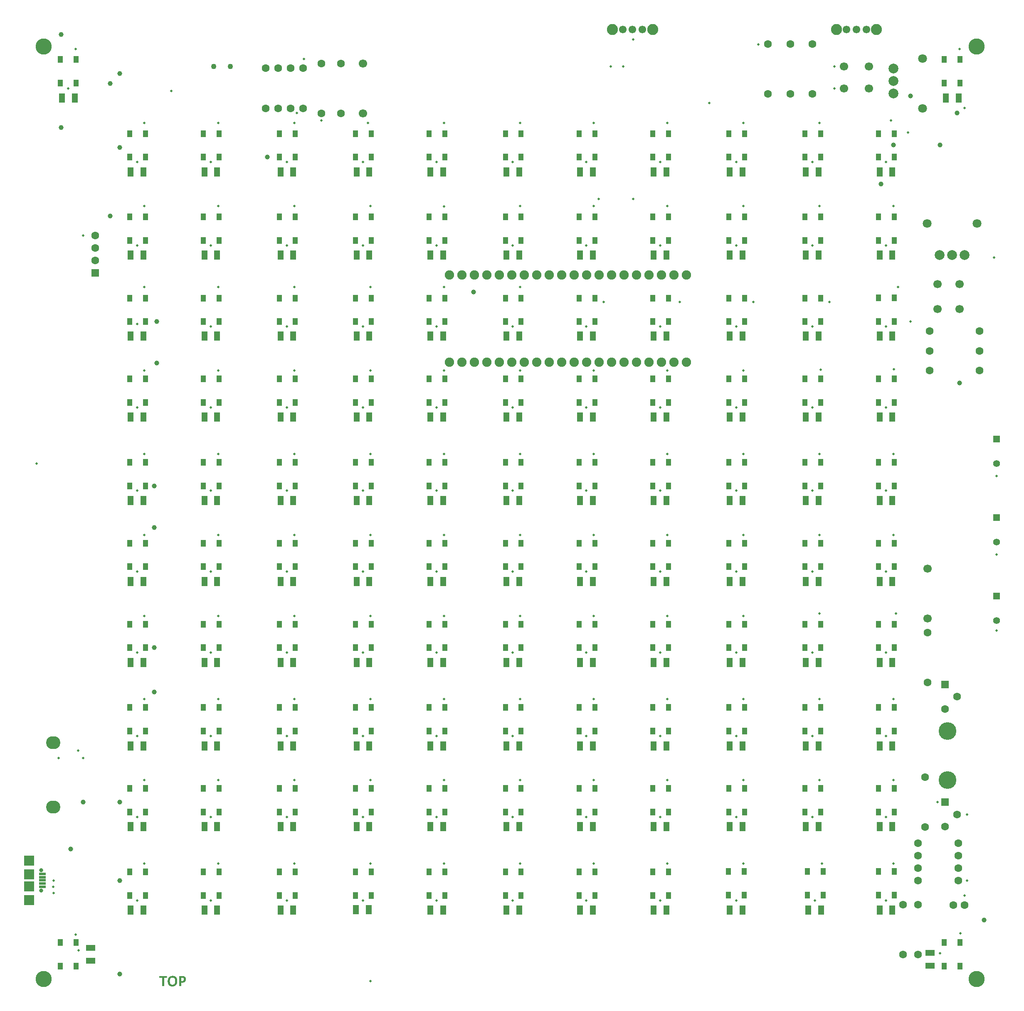
<source format=gbr>
%TF.GenerationSoftware,Altium Limited,Altium Designer,24.5.1 (21)*%
G04 Layer_Color=8388736*
%FSLAX45Y45*%
%MOMM*%
%TF.SameCoordinates,D7596F51-2DA0-4622-90E6-AC5F46AEA47A*%
%TF.FilePolarity,Negative*%
%TF.FileFunction,Soldermask,Top*%
%TF.Part,Single*%
G01*
G75*
%TA.AperFunction,ComponentPad*%
%ADD21C,1.60000*%
%ADD22C,1.90000*%
%ADD23C,1.70000*%
%TA.AperFunction,ViaPad*%
%ADD24C,1.00000*%
%TA.AperFunction,ComponentPad*%
%ADD28C,1.80000*%
%TA.AperFunction,SMDPad,CuDef*%
%ADD40R,1.05000X1.45000*%
%ADD41R,1.30000X1.90000*%
%ADD42R,1.90000X1.30000*%
%ADD43R,2.00000X2.00000*%
%ADD44R,1.45000X0.50000*%
%TA.AperFunction,ComponentPad*%
G04:AMPARAMS|DCode=45|XSize=2.6mm|YSize=2.9mm|CornerRadius=1.3mm|HoleSize=0mm|Usage=FLASHONLY|Rotation=270.000|XOffset=0mm|YOffset=0mm|HoleType=Round|Shape=RoundedRectangle|*
%AMROUNDEDRECTD45*
21,1,2.60000,0.30000,0,0,270.0*
21,1,0.00000,2.90000,0,0,270.0*
1,1,2.60000,-0.15000,0.00000*
1,1,2.60000,-0.15000,0.00000*
1,1,2.60000,0.15000,0.00000*
1,1,2.60000,0.15000,0.00000*
%
%ADD45ROUNDEDRECTD45*%
%ADD46C,2.00000*%
%TA.AperFunction,ViaPad*%
%ADD47C,1.10000*%
%TA.AperFunction,ComponentPad*%
%ADD48C,2.25000*%
%ADD49C,1.55000*%
%ADD50C,3.60000*%
%ADD51R,1.60000X1.60000*%
%ADD52R,1.60000X1.60000*%
%ADD53C,0.10000*%
%ADD54R,1.40000X1.40000*%
%ADD55C,1.40000*%
%ADD56C,0.80000*%
%TA.AperFunction,WasherPad*%
%ADD57C,3.30000*%
%TA.AperFunction,ViaPad*%
%ADD58C,0.50000*%
G36*
X3326545Y556614D02*
X3331210Y556281D01*
X3332543D01*
X3333876Y555947D01*
X3335875Y555614D01*
X3338208Y555281D01*
X3340874Y554948D01*
X3343873Y554281D01*
X3347206Y553615D01*
X3347539D01*
X3348872Y553281D01*
X3350538Y552948D01*
X3353204Y552282D01*
X3355870Y551282D01*
X3358870Y549949D01*
X3365868Y546950D01*
X3366201Y546616D01*
X3367534Y545950D01*
X3369200Y544950D01*
X3371533Y543617D01*
X3374199Y541618D01*
X3376865Y539618D01*
X3382197Y534286D01*
X3382530Y533953D01*
X3383197Y532953D01*
X3384530Y531287D01*
X3385863Y529287D01*
X3387529Y526622D01*
X3389528Y523622D01*
X3391195Y520290D01*
X3392528Y516624D01*
X3392861Y516291D01*
X3393194Y514958D01*
X3393861Y512958D01*
X3394527Y509959D01*
X3395194Y506627D01*
X3395527Y502961D01*
X3396193Y498629D01*
Y493963D01*
Y493630D01*
Y493297D01*
Y492297D01*
Y490964D01*
X3395860Y487631D01*
X3395527Y483633D01*
X3394860Y478634D01*
X3393861Y473302D01*
X3392528Y468303D01*
X3390528Y462971D01*
X3390195Y462305D01*
X3389528Y460638D01*
X3388195Y458306D01*
X3386529Y455306D01*
X3384196Y451641D01*
X3381530Y447642D01*
X3378198Y443976D01*
X3374532Y440310D01*
X3374199Y439977D01*
X3372533Y438644D01*
X3370533Y436978D01*
X3367534Y434978D01*
X3363868Y432646D01*
X3359536Y430646D01*
X3354537Y428313D01*
X3349205Y426314D01*
X3348539Y425981D01*
X3346539Y425647D01*
X3343540Y424981D01*
X3339208Y423981D01*
X3333876Y422981D01*
X3327878Y422315D01*
X3320879Y421982D01*
X3313548Y421648D01*
X3296552D01*
Y355665D01*
Y355332D01*
Y354666D01*
X3295886Y353666D01*
X3295219Y352666D01*
X3294886Y352333D01*
X3294553Y352000D01*
X3293553Y351333D01*
X3291887Y350667D01*
X3291553D01*
X3290220Y350333D01*
X3288221Y350000D01*
X3285555Y349667D01*
X3284889D01*
X3283889Y349334D01*
X3282889D01*
X3279557Y349000D01*
X3271892D01*
X3268559Y349334D01*
X3265227Y349667D01*
X3264560D01*
X3262894Y350000D01*
X3260895Y350333D01*
X3258562Y350667D01*
X3258229D01*
X3257229Y351333D01*
X3256229Y351666D01*
X3255229Y352666D01*
Y352999D01*
X3254896Y353666D01*
X3254563Y355665D01*
Y541618D01*
Y541951D01*
Y542951D01*
X3254896Y544284D01*
Y545950D01*
X3256229Y549616D01*
X3256896Y551282D01*
X3258229Y552948D01*
X3258562Y553281D01*
X3258895Y553615D01*
X3259895Y554281D01*
X3260895Y554948D01*
X3264227Y556281D01*
X3266227Y556947D01*
X3321879D01*
X3326545Y556614D01*
D02*
G37*
G36*
X3003627D02*
X3004294Y555947D01*
X3004627Y555614D01*
X3004960Y555281D01*
X3005627Y554281D01*
X3006293Y552948D01*
X3006626Y552615D01*
X3006960Y551615D01*
X3007293Y549949D01*
X3007626Y547616D01*
Y546950D01*
X3007959Y545283D01*
X3008293Y542951D01*
Y539618D01*
Y539285D01*
Y538952D01*
Y536952D01*
X3007959Y534286D01*
X3007626Y531620D01*
Y530954D01*
X3007293Y529621D01*
X3006960Y527954D01*
X3006293Y526288D01*
Y525955D01*
X3005960Y525289D01*
X3005293Y524289D01*
X3004294Y523289D01*
X3003627Y522956D01*
X3001961Y522623D01*
X2950308D01*
Y355665D01*
Y355332D01*
Y354666D01*
X2949641Y353666D01*
X2948975Y352666D01*
X2948641Y352333D01*
X2948308Y352000D01*
X2947308Y351333D01*
X2945642Y350667D01*
X2945309D01*
X2943976Y350333D01*
X2941976Y350000D01*
X2938977Y349667D01*
X2938311D01*
X2936311Y349334D01*
X2932979Y349000D01*
X2925314D01*
X2921981Y349334D01*
X2918649Y349667D01*
X2917982D01*
X2916316Y350000D01*
X2914317Y350333D01*
X2912317Y350667D01*
X2911984D01*
X2910984Y351333D01*
X2909985Y351666D01*
X2908985Y352666D01*
Y352999D01*
X2908652Y353666D01*
X2908318Y354666D01*
X2907985Y355665D01*
Y522623D01*
X2854999D01*
X2853332Y523289D01*
Y523622D01*
X2852666Y523956D01*
X2851999Y524955D01*
X2851333Y526288D01*
Y526622D01*
X2851000Y527621D01*
X2850666Y529287D01*
X2850333Y531620D01*
Y532287D01*
Y533953D01*
X2850000Y536286D01*
Y539618D01*
Y539951D01*
Y540285D01*
Y542284D01*
Y544950D01*
X2850333Y547616D01*
Y548283D01*
X2850666Y549616D01*
X2851000Y551282D01*
X2851333Y552948D01*
X2851666Y553281D01*
X2851999Y553948D01*
X2852666Y554948D01*
X2853332Y555947D01*
X2853666Y556281D01*
X2853999Y556614D01*
X2854999Y556947D01*
X3002627D01*
X3003627Y556614D01*
D02*
G37*
G36*
X3128928Y560280D02*
X3131261D01*
X3136926Y559946D01*
X3143258Y558947D01*
X3150256Y557947D01*
X3157255Y556281D01*
X3164253Y554281D01*
X3164586D01*
X3164919Y553948D01*
X3165919Y553615D01*
X3167252Y552948D01*
X3170584Y551615D01*
X3174917Y549616D01*
X3179582Y546950D01*
X3184581Y543617D01*
X3189580Y539618D01*
X3194245Y534953D01*
X3194912Y534286D01*
X3196245Y532620D01*
X3198577Y529954D01*
X3201243Y525955D01*
X3204243Y521290D01*
X3207242Y515624D01*
X3210241Y509293D01*
X3212574Y502294D01*
Y501961D01*
X3212907Y501295D01*
X3213240Y500295D01*
X3213573Y498962D01*
X3213907Y496962D01*
X3214573Y494630D01*
X3215240Y491964D01*
X3215906Y488964D01*
X3216906Y482300D01*
X3217906Y474302D01*
X3218572Y465304D01*
X3218905Y455640D01*
Y455306D01*
Y454640D01*
Y453307D01*
Y451307D01*
X3218572Y448975D01*
Y446309D01*
X3218239Y440310D01*
X3217239Y433312D01*
X3216239Y425314D01*
X3214573Y417316D01*
X3212240Y409651D01*
Y409318D01*
X3211907Y408652D01*
X3211574Y407652D01*
X3210907Y406319D01*
X3209574Y402320D01*
X3207575Y397655D01*
X3204909Y392323D01*
X3201577Y386324D01*
X3197578Y380659D01*
X3193245Y374994D01*
X3192579Y374327D01*
X3190913Y372661D01*
X3188247Y370328D01*
X3184581Y366996D01*
X3179915Y363663D01*
X3174583Y359998D01*
X3168585Y356665D01*
X3161920Y353666D01*
X3161587D01*
X3160920Y353333D01*
X3159921Y352999D01*
X3158588Y352666D01*
X3156921Y352000D01*
X3154589Y351333D01*
X3149590Y350000D01*
X3143258Y348667D01*
X3135927Y347334D01*
X3127929Y346668D01*
X3118931Y346334D01*
X3114932D01*
X3112933Y346668D01*
X3110267D01*
X3104601Y347001D01*
X3098270Y347667D01*
X3091271Y349000D01*
X3083940Y350333D01*
X3076942Y352333D01*
X3076609D01*
X3076275Y352666D01*
X3075276Y352999D01*
X3073943Y353666D01*
X3070610Y354999D01*
X3066611Y356998D01*
X3061612Y359998D01*
X3056614Y363330D01*
X3051615Y366996D01*
X3046949Y371661D01*
X3046283Y372328D01*
X3044950Y373994D01*
X3042950Y376993D01*
X3040284Y380659D01*
X3037285Y385324D01*
X3034286Y390990D01*
X3031620Y397655D01*
X3028954Y404653D01*
Y404986D01*
X3028621Y405652D01*
X3028288Y406652D01*
X3027954Y408318D01*
X3027621Y409985D01*
X3026955Y412317D01*
X3026621Y414983D01*
X3025955Y417983D01*
X3024955Y424981D01*
X3023955Y432979D01*
X3023289Y441977D01*
X3022956Y451974D01*
Y452307D01*
Y452974D01*
Y454307D01*
Y456306D01*
X3023289Y458306D01*
Y460972D01*
X3023622Y467303D01*
X3024622Y474302D01*
X3025622Y481633D01*
X3027288Y489631D01*
X3029287Y497296D01*
Y497629D01*
X3029621Y498295D01*
X3029954Y499295D01*
X3030620Y500628D01*
X3031953Y504294D01*
X3033953Y508959D01*
X3036619Y514291D01*
X3039951Y519957D01*
X3043950Y525955D01*
X3048282Y531287D01*
X3048949Y531953D01*
X3050615Y533620D01*
X3053281Y536286D01*
X3056947Y539285D01*
X3061612Y542617D01*
X3066944Y546283D01*
X3072943Y549949D01*
X3079608Y552948D01*
X3079941D01*
X3080608Y553281D01*
X3081607Y553615D01*
X3082940Y554281D01*
X3084606Y554614D01*
X3086939Y555281D01*
X3091938Y556947D01*
X3098270Y558280D01*
X3105934Y559280D01*
X3113932Y560280D01*
X3122930Y560613D01*
X3126929D01*
X3128928Y560280D01*
D02*
G37*
%LPC*%
G36*
X3318880Y524622D02*
X3296552D01*
Y453973D01*
X3318880D01*
X3321213Y454307D01*
X3326545Y454973D01*
X3331876Y456639D01*
X3332210D01*
X3333209Y457306D01*
X3334209Y457639D01*
X3335875Y458639D01*
X3339541Y460972D01*
X3343207Y463971D01*
X3343540Y464304D01*
X3343873Y464971D01*
X3344873Y465970D01*
X3345540Y467303D01*
X3347872Y470969D01*
X3349872Y475635D01*
Y475968D01*
X3350205Y476968D01*
X3350538Y478301D01*
X3351205Y480300D01*
X3351538Y482300D01*
X3351871Y484966D01*
X3352205Y490964D01*
Y491297D01*
Y492630D01*
X3351871Y494630D01*
Y497296D01*
X3350538Y502961D01*
X3349539Y505960D01*
X3348206Y508626D01*
X3347872Y508959D01*
X3347539Y509959D01*
X3346539Y511292D01*
X3345540Y512625D01*
X3342540Y516291D01*
X3340541Y517957D01*
X3338541Y519290D01*
X3338208D01*
X3337542Y519957D01*
X3336542Y520290D01*
X3335209Y520956D01*
X3331543Y522623D01*
X3326878Y523622D01*
X3326545D01*
X3325878Y523956D01*
X3324545D01*
X3323212Y524289D01*
X3318880Y524622D01*
D02*
G37*
G36*
X3121264Y525955D02*
X3118598D01*
X3115932Y525622D01*
X3112266Y525289D01*
X3107934Y524622D01*
X3103602Y523289D01*
X3099269Y521956D01*
X3095270Y519957D01*
X3094937Y519623D01*
X3093604Y518957D01*
X3091605Y517624D01*
X3089272Y515624D01*
X3086606Y513625D01*
X3083607Y510959D01*
X3080941Y507626D01*
X3078275Y504294D01*
X3077942Y503961D01*
X3077275Y502628D01*
X3076275Y500628D01*
X3074942Y497962D01*
X3073276Y494630D01*
X3071943Y490631D01*
X3070277Y486298D01*
X3069277Y481633D01*
Y480967D01*
X3068944Y479300D01*
X3068611Y476634D01*
X3068277Y473302D01*
X3067611Y469303D01*
X3067278Y464637D01*
X3066944Y459305D01*
Y453973D01*
Y453640D01*
Y453307D01*
Y452307D01*
Y450974D01*
Y447975D01*
X3067278Y443643D01*
X3067611Y438977D01*
X3067944Y433979D01*
X3069277Y423315D01*
Y422648D01*
X3069944Y420982D01*
X3070610Y418649D01*
X3071277Y415317D01*
X3072610Y411984D01*
X3073943Y407985D01*
X3075942Y403986D01*
X3077942Y400321D01*
X3078275Y399987D01*
X3078941Y398654D01*
X3080608Y396988D01*
X3082274Y394989D01*
X3084606Y392656D01*
X3087606Y390323D01*
X3090605Y387990D01*
X3094271Y385991D01*
X3094604Y385658D01*
X3096270Y385324D01*
X3098270Y384325D01*
X3101269Y383658D01*
X3105268Y382658D01*
X3109600Y381659D01*
X3114599Y381325D01*
X3120264Y380992D01*
X3122930D01*
X3125929Y381325D01*
X3129262Y381659D01*
X3133594Y382325D01*
X3137926Y383325D01*
X3142258Y384658D01*
X3146257Y386657D01*
X3146591Y386991D01*
X3147924Y387657D01*
X3149923Y388990D01*
X3152256Y390656D01*
X3154922Y392989D01*
X3157588Y395655D01*
X3160254Y398654D01*
X3162920Y402320D01*
X3163253Y402653D01*
X3163920Y403986D01*
X3165252Y406319D01*
X3166585Y408985D01*
X3168252Y412317D01*
X3169585Y416316D01*
X3171251Y420649D01*
X3172251Y425314D01*
Y425981D01*
X3172584Y427647D01*
X3173250Y430313D01*
X3173584Y433979D01*
X3174250Y437978D01*
X3174583Y442643D01*
X3174917Y447975D01*
Y453307D01*
Y453640D01*
Y453973D01*
Y455973D01*
Y459305D01*
X3174583Y463304D01*
X3174250Y467637D01*
X3173917Y472635D01*
X3172251Y482966D01*
Y483633D01*
X3171584Y485299D01*
X3170918Y487631D01*
X3170251Y490964D01*
X3168918Y494296D01*
X3167252Y498295D01*
X3165586Y501961D01*
X3163253Y505627D01*
X3162920Y505960D01*
X3162253Y507293D01*
X3160920Y508959D01*
X3158921Y511292D01*
X3156588Y513625D01*
X3153922Y515958D01*
X3150590Y518624D01*
X3146924Y520623D01*
X3146591Y520956D01*
X3144924Y521623D01*
X3142925Y522289D01*
X3139926Y523289D01*
X3136260Y524289D01*
X3131594Y525289D01*
X3126929Y525622D01*
X3121264Y525955D01*
D02*
G37*
%LPD*%
D21*
X18449992Y3592000D02*
D03*
X18450008Y4608000D02*
D03*
X18542000Y12900008D02*
D03*
X19558000Y12899992D02*
D03*
X19025726Y2003956D02*
D03*
X19250726D02*
D03*
X6549992Y18142000D02*
D03*
X6550008Y19158000D02*
D03*
X18300000Y3262000D02*
D03*
Y2754000D02*
D03*
Y2500000D02*
D03*
Y3008000D02*
D03*
X19120000Y2499000D02*
D03*
Y3262000D02*
D03*
Y2754000D02*
D03*
Y3008000D02*
D03*
X16150008Y19558000D02*
D03*
X16149992Y18542000D02*
D03*
X15699992D02*
D03*
X15700008Y19558000D02*
D03*
X15249992Y18542000D02*
D03*
X15250008Y19558000D02*
D03*
X19100000Y6250000D02*
D03*
X18850000Y6000000D02*
D03*
X17999992Y992000D02*
D03*
X18000008Y2008000D02*
D03*
X18299992Y992000D02*
D03*
X18300008Y2008000D02*
D03*
X18499992Y6542000D02*
D03*
X18500008Y7558000D02*
D03*
X19100000Y3850000D02*
D03*
X18850000Y3600000D02*
D03*
X1550000Y15146001D02*
D03*
Y15400000D02*
D03*
Y15653999D02*
D03*
X18541998Y13300008D02*
D03*
X19558000Y13299992D02*
D03*
X19557999Y13699992D02*
D03*
X18542000Y13700008D02*
D03*
X6150008Y19158000D02*
D03*
X6149992Y18142000D02*
D03*
X5273000Y19060001D02*
D03*
X5527000D02*
D03*
X5019000Y19060001D02*
D03*
X5782000D02*
D03*
X5273000Y18239999D02*
D03*
X5781000Y18239999D02*
D03*
X5527000Y18239999D02*
D03*
X5019000Y18239999D02*
D03*
D22*
X13077229Y14849657D02*
D03*
X12823230Y14849657D02*
D03*
X12569230Y14849657D02*
D03*
X12315230Y14849657D02*
D03*
X13077998Y13073001D02*
D03*
X12823999Y13073001D02*
D03*
X12570000Y13073001D02*
D03*
X12316000D02*
D03*
X12062000D02*
D03*
X11807999D02*
D03*
X11553999D02*
D03*
X8760000Y14850000D02*
D03*
X9014000D02*
D03*
X9268000D02*
D03*
X9521999D02*
D03*
X9776000Y14850000D02*
D03*
X10030000Y14850000D02*
D03*
X10284000D02*
D03*
X10791999Y14850000D02*
D03*
X8760001Y13073001D02*
D03*
X9013999D02*
D03*
X9267999D02*
D03*
X9776000D02*
D03*
X10284000D02*
D03*
X10538000D02*
D03*
X10791999D02*
D03*
X11046000D02*
D03*
X11299999D02*
D03*
X11554000Y14850000D02*
D03*
X11046000Y14850000D02*
D03*
X11300000Y14850000D02*
D03*
X11807230Y14849657D02*
D03*
X12061230Y14849657D02*
D03*
X10538000Y14850000D02*
D03*
X13585999Y13073001D02*
D03*
X13585229Y14849657D02*
D03*
X13331230D02*
D03*
X9521999Y13073001D02*
D03*
X13332001D02*
D03*
X10030000D02*
D03*
D23*
X19150000Y14150000D02*
D03*
Y14658000D02*
D03*
X18699998Y14150000D02*
D03*
Y14658000D02*
D03*
X7000000Y19158000D02*
D03*
Y18142000D02*
D03*
X18500000Y7842000D02*
D03*
Y8858000D02*
D03*
X17300000Y19100000D02*
D03*
X16792000D02*
D03*
X17300000Y18650000D02*
D03*
X16792000D02*
D03*
D24*
X19650000Y1700000D02*
D03*
X19150000Y12650000D02*
D03*
X9250000Y14500000D02*
D03*
X2750000Y6350000D02*
D03*
Y9700000D02*
D03*
X1050000Y3150000D02*
D03*
X850000Y17850000D02*
D03*
Y19750000D02*
D03*
X5050000Y17250000D02*
D03*
X2800000Y13050000D02*
D03*
Y13900000D02*
D03*
X2750000Y10550000D02*
D03*
Y7250000D02*
D03*
X2050000Y2500000D02*
D03*
Y600000D02*
D03*
X19100000Y18150000D02*
D03*
X1300000Y4100000D02*
D03*
X2050000D02*
D03*
X1850000Y18750000D02*
D03*
Y16050000D02*
D03*
X2050000Y18950000D02*
D03*
Y17450000D02*
D03*
X18150000Y18500000D02*
D03*
X18750000Y17500000D02*
D03*
X17800000D02*
D03*
X17550000Y16700000D02*
D03*
D28*
X18492000Y15900000D02*
D03*
X19508000D02*
D03*
X18400000Y19258000D02*
D03*
Y18242000D02*
D03*
D40*
X10220000Y10550000D02*
D03*
X9900000Y11030000D02*
D03*
X10220000D02*
D03*
X9900000Y10550000D02*
D03*
X8670000D02*
D03*
X8350000Y11030000D02*
D03*
X8670000D02*
D03*
X8350000Y10550000D02*
D03*
X7170000D02*
D03*
X6850000Y11030000D02*
D03*
X7170000D02*
D03*
X6850000Y10550000D02*
D03*
X5620000D02*
D03*
X5300000Y11030000D02*
D03*
X5620000D02*
D03*
X5300000Y10550000D02*
D03*
X4070000D02*
D03*
X3750000Y11030000D02*
D03*
X4070000D02*
D03*
X3750000Y10550000D02*
D03*
X2570000D02*
D03*
X2250000Y11030000D02*
D03*
X2570000D02*
D03*
X2250000Y10550000D02*
D03*
X2570000Y8900000D02*
D03*
X2250000Y9380000D02*
D03*
X2570000D02*
D03*
X2250000Y8900000D02*
D03*
X4070000D02*
D03*
X3750000Y9380000D02*
D03*
X4070000D02*
D03*
X3750000Y8900000D02*
D03*
X5620000D02*
D03*
X5300000Y9380000D02*
D03*
X5620000D02*
D03*
X5300000Y8900000D02*
D03*
X7170000D02*
D03*
X6850000Y9380000D02*
D03*
X7170000D02*
D03*
X6850000Y8900000D02*
D03*
X8670000D02*
D03*
X8350000Y9380000D02*
D03*
X8670000D02*
D03*
X8350000Y8900000D02*
D03*
X10220000D02*
D03*
X9900000Y9380000D02*
D03*
X10220000D02*
D03*
X9900000Y8900000D02*
D03*
X11720000D02*
D03*
X11400000Y9380000D02*
D03*
X11720000D02*
D03*
X11400000Y8900000D02*
D03*
X13220000D02*
D03*
X12900000Y9380000D02*
D03*
X13220000D02*
D03*
X12900000Y8900000D02*
D03*
X14770000D02*
D03*
X14450000Y9380000D02*
D03*
X14770000D02*
D03*
X14450000Y8900000D02*
D03*
X16320000D02*
D03*
X16000000Y9380000D02*
D03*
X16320000D02*
D03*
X16000000Y8900000D02*
D03*
X17820000D02*
D03*
X17500000Y9380000D02*
D03*
X17820000D02*
D03*
X17500000Y8900000D02*
D03*
X17820000Y7250000D02*
D03*
X17500000Y7730000D02*
D03*
X17820000D02*
D03*
X17500000Y7250000D02*
D03*
X16320000D02*
D03*
X16000000Y7730000D02*
D03*
X16320000D02*
D03*
X16000000Y7250000D02*
D03*
X14770000D02*
D03*
X14450000Y7730000D02*
D03*
X14770000D02*
D03*
X14450000Y7250000D02*
D03*
X13220000D02*
D03*
X12900000Y7730000D02*
D03*
X13220000D02*
D03*
X12900000Y7250000D02*
D03*
X11720000D02*
D03*
X11400000Y7730000D02*
D03*
X11720000D02*
D03*
X11400000Y7250000D02*
D03*
X10220000D02*
D03*
X9900000Y7730000D02*
D03*
X10220000D02*
D03*
X9900000Y7250000D02*
D03*
X8670000D02*
D03*
X8350000Y7730000D02*
D03*
X8670000D02*
D03*
X8350000Y7250000D02*
D03*
X7170000D02*
D03*
X6850000Y7730000D02*
D03*
X7170000D02*
D03*
X6850000Y7250000D02*
D03*
X5620000D02*
D03*
X5300000Y7730000D02*
D03*
X5620000D02*
D03*
X5300000Y7250000D02*
D03*
X4070000D02*
D03*
X3750000Y7730000D02*
D03*
X4070000D02*
D03*
X3750000Y7250000D02*
D03*
X2570000D02*
D03*
X2250000Y7730000D02*
D03*
X2570000D02*
D03*
X2250000Y7250000D02*
D03*
X2570000Y5550000D02*
D03*
X2250000Y6030000D02*
D03*
X2570000D02*
D03*
X2250000Y5550000D02*
D03*
X4070000D02*
D03*
X3750000Y6030000D02*
D03*
X4070000D02*
D03*
X3750000Y5550000D02*
D03*
X5620000D02*
D03*
X5300000Y6030000D02*
D03*
X5620000D02*
D03*
X5300000Y5550000D02*
D03*
X7170000D02*
D03*
X6850000Y6030000D02*
D03*
X7170000D02*
D03*
X6850000Y5550000D02*
D03*
X8670000D02*
D03*
X8350000Y6030000D02*
D03*
X8670000D02*
D03*
X8350000Y5550000D02*
D03*
X10220000D02*
D03*
X9900000Y6030000D02*
D03*
X10220000D02*
D03*
X9900000Y5550000D02*
D03*
X11720000D02*
D03*
X11400000Y6030000D02*
D03*
X11720000D02*
D03*
X11400000Y5550000D02*
D03*
X13220000D02*
D03*
X12900000Y6030000D02*
D03*
X13220000D02*
D03*
X12900000Y5550000D02*
D03*
X14770000D02*
D03*
X14450000Y6030000D02*
D03*
X14770000D02*
D03*
X14450000Y5550000D02*
D03*
X16320000D02*
D03*
X16000000Y6030000D02*
D03*
X16320000D02*
D03*
X16000000Y5550000D02*
D03*
X17820000D02*
D03*
X17500000Y6030000D02*
D03*
X17820000D02*
D03*
X17500000Y5550000D02*
D03*
X17820000Y3900000D02*
D03*
X17500000Y4380000D02*
D03*
X17820000D02*
D03*
X17500000Y3900000D02*
D03*
X16320000D02*
D03*
X16000000Y4380000D02*
D03*
X16320000D02*
D03*
X16000000Y3900000D02*
D03*
X14770000D02*
D03*
X14450000Y4380000D02*
D03*
X14770000D02*
D03*
X14450000Y3900000D02*
D03*
X13220000D02*
D03*
X12900000Y4380000D02*
D03*
X13220000D02*
D03*
X12900000Y3900000D02*
D03*
X11720000D02*
D03*
X11400000Y4380000D02*
D03*
X11720000D02*
D03*
X11400000Y3900000D02*
D03*
X10220000D02*
D03*
X9900000Y4380000D02*
D03*
X10220000D02*
D03*
X9900000Y3900000D02*
D03*
X8670000D02*
D03*
X8350000Y4380000D02*
D03*
X8670000D02*
D03*
X8350000Y3900000D02*
D03*
X7170000D02*
D03*
X6850000Y4380000D02*
D03*
X7170000D02*
D03*
X6850000Y3900000D02*
D03*
X5620000D02*
D03*
X5300000Y4380000D02*
D03*
X5620000D02*
D03*
X5300000Y3900000D02*
D03*
X4070000D02*
D03*
X3750000Y4380000D02*
D03*
X4070000D02*
D03*
X3750000Y3900000D02*
D03*
X2570000D02*
D03*
X2250000Y4380000D02*
D03*
X2570000D02*
D03*
X2250000Y3900000D02*
D03*
X1160000Y760000D02*
D03*
X840000Y1240000D02*
D03*
X1160000D02*
D03*
X840000Y760000D02*
D03*
X2570000Y2200000D02*
D03*
X2250000Y2680000D02*
D03*
X2570000D02*
D03*
X2250000Y2200000D02*
D03*
X4070000D02*
D03*
X3750000Y2680000D02*
D03*
X4070000D02*
D03*
X3750000Y2200000D02*
D03*
X5620000D02*
D03*
X5300000Y2680000D02*
D03*
X5620000D02*
D03*
X5300000Y2200000D02*
D03*
X7170000D02*
D03*
X6850000Y2680000D02*
D03*
X7170000D02*
D03*
X6850000Y2200000D02*
D03*
X8670000D02*
D03*
X8350000Y2680000D02*
D03*
X8670000D02*
D03*
X8350000Y2200000D02*
D03*
X10220000D02*
D03*
X9900000Y2680000D02*
D03*
X10220000D02*
D03*
X9900000Y2200000D02*
D03*
X11720000D02*
D03*
X11400000Y2680000D02*
D03*
X11720000D02*
D03*
X11400000Y2200000D02*
D03*
X12900000Y2680000D02*
D03*
X13220000D02*
D03*
X12900000Y2200000D02*
D03*
X13220000D02*
D03*
X19160001Y18760001D02*
D03*
X18839999Y19239999D02*
D03*
X19160001D02*
D03*
X18839999Y18760001D02*
D03*
X17820000Y17250000D02*
D03*
X17500000Y17730000D02*
D03*
X17820000D02*
D03*
X17500000Y17250000D02*
D03*
X16320000D02*
D03*
X16000000Y17730000D02*
D03*
X16320000D02*
D03*
X16000000Y17250000D02*
D03*
X14770000D02*
D03*
X14450000Y17730000D02*
D03*
X14770000D02*
D03*
X14450000Y17250000D02*
D03*
X13220000D02*
D03*
X12900000Y17730000D02*
D03*
X13220000D02*
D03*
X12900000Y17250000D02*
D03*
X11720000D02*
D03*
X11400000Y17730000D02*
D03*
X11720000D02*
D03*
X11400000Y17250000D02*
D03*
X10220000D02*
D03*
X9900000Y17730000D02*
D03*
X10220000D02*
D03*
X9900000Y17250000D02*
D03*
X8670000D02*
D03*
X8350000Y17730000D02*
D03*
X8670000D02*
D03*
X8350000Y17250000D02*
D03*
X7170000D02*
D03*
X6850000Y17730000D02*
D03*
X7170000D02*
D03*
X6850000Y17250000D02*
D03*
X5620000D02*
D03*
X5300000Y17730000D02*
D03*
X5620000D02*
D03*
X5300000Y17250000D02*
D03*
X4070000D02*
D03*
X3750000Y17730000D02*
D03*
X4070000D02*
D03*
X3750000Y17250000D02*
D03*
X2570000D02*
D03*
X2250000Y17730000D02*
D03*
X2570000D02*
D03*
X2250000Y17250000D02*
D03*
X1160000Y18760001D02*
D03*
X840000Y19239999D02*
D03*
X1160000D02*
D03*
X840000Y18760001D02*
D03*
X2570000Y15550000D02*
D03*
X2250000Y16030000D02*
D03*
X2570000D02*
D03*
X2250000Y15550000D02*
D03*
X4070000D02*
D03*
X3750000Y16030000D02*
D03*
X4070000D02*
D03*
X3750000Y15550000D02*
D03*
X5620000D02*
D03*
X5300000Y16030000D02*
D03*
X5620000D02*
D03*
X5300000Y15550000D02*
D03*
X7170000D02*
D03*
X6850000Y16030000D02*
D03*
X7170000D02*
D03*
X6850000Y15550000D02*
D03*
X8670000D02*
D03*
X8350000Y16030000D02*
D03*
X8670000D02*
D03*
X8350000Y15550000D02*
D03*
X10220000D02*
D03*
X9900000Y16030000D02*
D03*
X10220000D02*
D03*
X9900000Y15550000D02*
D03*
X11720000D02*
D03*
X11400000Y16030000D02*
D03*
X11720000D02*
D03*
X11400000Y15550000D02*
D03*
X13220000D02*
D03*
X12900000Y16030000D02*
D03*
X13220000D02*
D03*
X12900000Y15550000D02*
D03*
X14770000D02*
D03*
X14450000Y16030000D02*
D03*
X14770000D02*
D03*
X14450000Y15550000D02*
D03*
X16320000D02*
D03*
X16000000Y16030000D02*
D03*
X16320000D02*
D03*
X16000000Y15550000D02*
D03*
X17820000D02*
D03*
X17500000Y16030000D02*
D03*
X17820000D02*
D03*
X17500000Y15550000D02*
D03*
X17820000Y13900000D02*
D03*
X17500000Y14380000D02*
D03*
X17820000D02*
D03*
X17500000Y13900000D02*
D03*
X16320000Y13895369D02*
D03*
X16000000Y14375369D02*
D03*
X16320000D02*
D03*
X16000000Y13895369D02*
D03*
X14770000D02*
D03*
X14450000Y14375369D02*
D03*
X14770000D02*
D03*
X14450000Y13895369D02*
D03*
X13220000D02*
D03*
X12900000Y14375369D02*
D03*
X13220000D02*
D03*
X12900000Y13895369D02*
D03*
X11720000D02*
D03*
X11400000Y14375369D02*
D03*
X11720000D02*
D03*
X11400000Y13895369D02*
D03*
X10220000D02*
D03*
X9900000Y14375369D02*
D03*
X10220000D02*
D03*
X9900000Y13895369D02*
D03*
X8670000D02*
D03*
X8350000Y14375369D02*
D03*
X8670000D02*
D03*
X8350000Y13895369D02*
D03*
X7170000D02*
D03*
X6850000Y14375369D02*
D03*
X7170000D02*
D03*
X6850000Y13895369D02*
D03*
X5620000D02*
D03*
X5300000Y14375369D02*
D03*
X5620000D02*
D03*
X5300000Y13895369D02*
D03*
X4070000D02*
D03*
X3750000Y14375369D02*
D03*
X4070000D02*
D03*
X3750000Y13895369D02*
D03*
X2570000D02*
D03*
X2250000Y14375369D02*
D03*
X2570000D02*
D03*
X2250000Y13895369D02*
D03*
X2570000Y12250000D02*
D03*
X2250000Y12730000D02*
D03*
X2570000D02*
D03*
X2250000Y12250000D02*
D03*
X4070000D02*
D03*
X3750000Y12730000D02*
D03*
X4070000D02*
D03*
X3750000Y12250000D02*
D03*
X5620000D02*
D03*
X5300000Y12730000D02*
D03*
X5620000D02*
D03*
X5300000Y12250000D02*
D03*
X7170000D02*
D03*
X6850000Y12730000D02*
D03*
X7170000D02*
D03*
X6850000Y12250000D02*
D03*
X8670000D02*
D03*
X8350000Y12730000D02*
D03*
X8670000D02*
D03*
X8350000Y12250000D02*
D03*
X10220000D02*
D03*
X9900000Y12730000D02*
D03*
X10220000D02*
D03*
X9900000Y12250000D02*
D03*
X11720000D02*
D03*
X11400000Y12730000D02*
D03*
X11720000D02*
D03*
X11400000Y12250000D02*
D03*
X13220000D02*
D03*
X12900000Y12730000D02*
D03*
X13220000D02*
D03*
X12900000Y12250000D02*
D03*
X14770000D02*
D03*
X14450000Y12730000D02*
D03*
X14770000D02*
D03*
X14450000Y12250000D02*
D03*
X16320000D02*
D03*
X16000000Y12730000D02*
D03*
X16320000D02*
D03*
X16000000Y12250000D02*
D03*
X17820000D02*
D03*
X17500000Y12730000D02*
D03*
X17820000D02*
D03*
X17500000Y12250000D02*
D03*
X17820000Y10550000D02*
D03*
X17500000Y11030000D02*
D03*
X17820000D02*
D03*
X17500000Y10550000D02*
D03*
X16320000D02*
D03*
X16000000Y11030000D02*
D03*
X16320000D02*
D03*
X16000000Y10550000D02*
D03*
X14770000D02*
D03*
X14450000Y11030000D02*
D03*
X14770000D02*
D03*
X14450000Y10550000D02*
D03*
X13220000D02*
D03*
X12900000Y11030000D02*
D03*
X13220000D02*
D03*
X12900000Y10550000D02*
D03*
X11720000D02*
D03*
X11400000Y11030000D02*
D03*
X11720000D02*
D03*
X11400000Y10550000D02*
D03*
X14446030Y2690000D02*
D03*
X14766029D02*
D03*
Y2210000D02*
D03*
X14446030D02*
D03*
X16052565Y2690000D02*
D03*
X16372565D02*
D03*
Y2210000D02*
D03*
X16052565D02*
D03*
X17500000Y2690000D02*
D03*
X17820000D02*
D03*
Y2210000D02*
D03*
X17500000D02*
D03*
X18839999Y760000D02*
D03*
X19160001D02*
D03*
Y1240000D02*
D03*
X18839999D02*
D03*
D41*
X5580000Y16950000D02*
D03*
X5320000D02*
D03*
X7130000D02*
D03*
X6870000D02*
D03*
X8630000D02*
D03*
X8370000D02*
D03*
X10180000D02*
D03*
X9920000D02*
D03*
X11680000D02*
D03*
X11420000D02*
D03*
X13180000D02*
D03*
X12920000D02*
D03*
X14730000D02*
D03*
X14470000D02*
D03*
X16280000D02*
D03*
X16020000D02*
D03*
X17780000D02*
D03*
X17520000D02*
D03*
X19130000Y18450000D02*
D03*
X18870000D02*
D03*
X14730000Y15250000D02*
D03*
X14470000D02*
D03*
X13180000D02*
D03*
X12920000D02*
D03*
X11680000D02*
D03*
X11420000D02*
D03*
X10180000D02*
D03*
X9920000D02*
D03*
X8630000D02*
D03*
X8370000D02*
D03*
X7130000D02*
D03*
X6870000D02*
D03*
X5580000D02*
D03*
X5320000D02*
D03*
X4030000D02*
D03*
X3770000D02*
D03*
X2530000D02*
D03*
X2270000D02*
D03*
X1130000Y18450000D02*
D03*
X870000D02*
D03*
X2530000Y16950000D02*
D03*
X2270000D02*
D03*
X5580000Y13600000D02*
D03*
X5320000D02*
D03*
X7130000D02*
D03*
X6870000D02*
D03*
X8630000D02*
D03*
X8370000D02*
D03*
X10180000D02*
D03*
X9920000D02*
D03*
X11680000D02*
D03*
X11420000D02*
D03*
X13180000D02*
D03*
X12920000D02*
D03*
X14730000D02*
D03*
X14470000D02*
D03*
X16280000D02*
D03*
X16020000D02*
D03*
X17780000D02*
D03*
X17520000D02*
D03*
X17780000Y15250000D02*
D03*
X17520000D02*
D03*
X16280000D02*
D03*
X16020000D02*
D03*
X14730000Y11950000D02*
D03*
X14470000D02*
D03*
X13180000D02*
D03*
X12920000D02*
D03*
X11680000D02*
D03*
X11420000D02*
D03*
X10180000D02*
D03*
X9920000D02*
D03*
X8630000D02*
D03*
X8370000D02*
D03*
X7130000D02*
D03*
X6870000D02*
D03*
X5580000D02*
D03*
X5320000D02*
D03*
X4030000D02*
D03*
X3770000D02*
D03*
X2530000D02*
D03*
X2270000D02*
D03*
X2530000Y13600000D02*
D03*
X2270000D02*
D03*
X4030000D02*
D03*
X3770000D02*
D03*
X5580000Y10250000D02*
D03*
X5320000D02*
D03*
X7130000D02*
D03*
X6870000D02*
D03*
X8630000D02*
D03*
X8370000D02*
D03*
X10180000D02*
D03*
X9920000D02*
D03*
X11680000D02*
D03*
X11420000D02*
D03*
X13180000D02*
D03*
X12920000D02*
D03*
X14730000D02*
D03*
X14470000D02*
D03*
X16280000D02*
D03*
X16020000D02*
D03*
X17780000D02*
D03*
X17520000D02*
D03*
X17780000Y11950000D02*
D03*
X17520000D02*
D03*
X16280000D02*
D03*
X16020000D02*
D03*
X14730000Y8600000D02*
D03*
X14470000D02*
D03*
X13180000D02*
D03*
X12920000D02*
D03*
X11680000D02*
D03*
X11420000D02*
D03*
X10180000D02*
D03*
X9920000D02*
D03*
X8630000D02*
D03*
X8370000D02*
D03*
X7130000D02*
D03*
X6870000D02*
D03*
X5580000D02*
D03*
X5320000D02*
D03*
X4030000D02*
D03*
X3770000D02*
D03*
X2530000D02*
D03*
X2270000D02*
D03*
X2530000Y10250000D02*
D03*
X2270000D02*
D03*
X4030000D02*
D03*
X3770000D02*
D03*
X5580000Y6950000D02*
D03*
X5320000D02*
D03*
X7130000D02*
D03*
X6870000D02*
D03*
X8630000D02*
D03*
X8370000D02*
D03*
X10180000D02*
D03*
X9920000D02*
D03*
X11680000D02*
D03*
X11420000D02*
D03*
X13180000D02*
D03*
X12920000D02*
D03*
X14730000D02*
D03*
X14470000D02*
D03*
X16280000D02*
D03*
X16020000D02*
D03*
X17780000D02*
D03*
X17520000D02*
D03*
X17780000Y8600000D02*
D03*
X17520000D02*
D03*
X16280000D02*
D03*
X16020000D02*
D03*
X14730000Y5250000D02*
D03*
X14470000D02*
D03*
X13180000D02*
D03*
X12920000D02*
D03*
X11680000D02*
D03*
X11420000D02*
D03*
X10180000D02*
D03*
X9920000D02*
D03*
X8630000D02*
D03*
X8370000D02*
D03*
X7130000D02*
D03*
X6870000D02*
D03*
X5580000D02*
D03*
X5320000D02*
D03*
X4030000D02*
D03*
X3770000D02*
D03*
X2530000D02*
D03*
X2270000D02*
D03*
X2530000Y6950000D02*
D03*
X2270000D02*
D03*
X4030000D02*
D03*
X3770000D02*
D03*
X5580000Y3600000D02*
D03*
X5320000D02*
D03*
X7130000D02*
D03*
X6870000D02*
D03*
X8630000D02*
D03*
X8370000D02*
D03*
X10180000D02*
D03*
X9920000D02*
D03*
X11680000D02*
D03*
X11420000D02*
D03*
X13180000D02*
D03*
X12920000D02*
D03*
X14730000D02*
D03*
X14470000D02*
D03*
X16280000D02*
D03*
X16020000D02*
D03*
X17780000D02*
D03*
X17520000D02*
D03*
X17780000Y5250000D02*
D03*
X17520000D02*
D03*
X16280000D02*
D03*
X16020000D02*
D03*
X13180000Y1900000D02*
D03*
X12920000D02*
D03*
X11680000D02*
D03*
X11420000D02*
D03*
X10180000D02*
D03*
X9920000D02*
D03*
X8630000D02*
D03*
X8370000D02*
D03*
X7117327Y1906353D02*
D03*
X6857327D02*
D03*
X5580000Y1900000D02*
D03*
X5320000D02*
D03*
X4030000D02*
D03*
X3770000D02*
D03*
X2530000D02*
D03*
X2270000D02*
D03*
X2530000Y3600000D02*
D03*
X2270000D02*
D03*
X4030000D02*
D03*
X3770000D02*
D03*
X14730000Y1900000D02*
D03*
X14470000D02*
D03*
X16330000D02*
D03*
X16070000D02*
D03*
X17780000D02*
D03*
X17520000D02*
D03*
X4030000Y16950000D02*
D03*
X3770000D02*
D03*
D42*
X1450000Y1130000D02*
D03*
Y870000D02*
D03*
X18550000Y1030000D02*
D03*
Y770000D02*
D03*
D43*
X205000Y2102500D02*
D03*
X205000Y2387500D02*
D03*
Y2627500D02*
D03*
X205000Y2912500D02*
D03*
D44*
X472501Y2442500D02*
D03*
X472500Y2572500D02*
D03*
Y2637500D02*
D03*
Y2507500D02*
D03*
Y2377500D02*
D03*
D45*
X694500Y5312000D02*
D03*
Y3998000D02*
D03*
D46*
X18742000Y15249998D02*
D03*
X18996001Y15250000D02*
D03*
X19250000D02*
D03*
X17800000Y18800000D02*
D03*
Y19053999D02*
D03*
Y18546001D02*
D03*
D47*
X4299999Y19100000D02*
D03*
X3960999D02*
D03*
D48*
X12899998Y19850000D02*
D03*
X12079999D02*
D03*
X17460001D02*
D03*
X16639999D02*
D03*
D49*
X12289999D02*
D03*
X12489999D02*
D03*
X12689999D02*
D03*
X16850000D02*
D03*
X17050000D02*
D03*
X17250000D02*
D03*
D50*
X18900000Y5550000D02*
D03*
Y4550000D02*
D03*
D51*
X18850000Y6500000D02*
D03*
Y4100000D02*
D03*
D52*
X1550000Y14892000D02*
D03*
D53*
X19650000Y9300000D02*
D03*
X19650000Y10000000D02*
D03*
Y7700000D02*
D03*
Y8400000D02*
D03*
Y10900000D02*
D03*
Y11600000D02*
D03*
D54*
X19900000Y9900000D02*
D03*
Y8300000D02*
D03*
Y11500000D02*
D03*
D55*
Y9400000D02*
D03*
Y7800000D02*
D03*
Y11000000D02*
D03*
D56*
X450000Y2715000D02*
D03*
Y2300000D02*
D03*
D57*
X500000Y500000D02*
D03*
X19500000Y19500000D02*
D03*
X500000D02*
D03*
X19500000Y500000D02*
D03*
D58*
X692551Y2377500D02*
D03*
X700000Y2500000D02*
D03*
Y2250000D02*
D03*
X19300000Y2500000D02*
D03*
Y3850000D02*
D03*
X18700000Y4100000D02*
D03*
X17650000Y10450000D02*
D03*
X16150000D02*
D03*
X14600000D02*
D03*
X13050000D02*
D03*
X11550000D02*
D03*
X10050000D02*
D03*
X8500000D02*
D03*
X7000000D02*
D03*
X5450000D02*
D03*
X3900000D02*
D03*
X2400000D02*
D03*
X19850000Y15200000D02*
D03*
X350000Y11000000D02*
D03*
X14050000Y18350000D02*
D03*
X3100000Y18600000D02*
D03*
X7150000Y450000D02*
D03*
X19150000Y19450000D02*
D03*
X19250000Y18250000D02*
D03*
X18100000Y17750000D02*
D03*
X17650000Y17150000D02*
D03*
X16150000D02*
D03*
X14600000D02*
D03*
X13050000D02*
D03*
X11550000D02*
D03*
X10050000D02*
D03*
X8500000D02*
D03*
X7000000D02*
D03*
X2400000Y15450000D02*
D03*
X3900000D02*
D03*
X5450000D02*
D03*
X7000000D02*
D03*
X8500000D02*
D03*
X10050000D02*
D03*
X11550000D02*
D03*
X13050000D02*
D03*
X14600000D02*
D03*
X16150000D02*
D03*
X17650000D02*
D03*
X18150000Y13900000D02*
D03*
X17650000Y13800000D02*
D03*
X16150000D02*
D03*
X14600000D02*
D03*
X13050000D02*
D03*
X11550000D02*
D03*
X10050000D02*
D03*
X8500000D02*
D03*
X7000000D02*
D03*
X5450000D02*
D03*
X3900000D02*
D03*
X2400000Y13850000D02*
D03*
Y12150000D02*
D03*
X3900000D02*
D03*
X5450000D02*
D03*
X7000000D02*
D03*
X8500000D02*
D03*
X10050000D02*
D03*
X11550000D02*
D03*
X13050000D02*
D03*
X14600000D02*
D03*
X16150000D02*
D03*
X17650000D02*
D03*
Y8800000D02*
D03*
X16150000D02*
D03*
X14600000D02*
D03*
X13050000D02*
D03*
X11550000D02*
D03*
X10050000D02*
D03*
X8500000D02*
D03*
X7000000D02*
D03*
X5450000D02*
D03*
X3900000D02*
D03*
X2400000D02*
D03*
Y7150000D02*
D03*
X3900000D02*
D03*
X5450000D02*
D03*
X7000000D02*
D03*
X8500000D02*
D03*
X10050000D02*
D03*
X11550000D02*
D03*
X13050000D02*
D03*
X14600000D02*
D03*
X16150000D02*
D03*
X17650000D02*
D03*
Y5450000D02*
D03*
X16150000D02*
D03*
X14600000D02*
D03*
X13050000D02*
D03*
X11550000D02*
D03*
X10050000D02*
D03*
X8500000D02*
D03*
X7000000D02*
D03*
X5450000D02*
D03*
X3900000D02*
D03*
X2400000D02*
D03*
Y3800000D02*
D03*
X3900000D02*
D03*
X5450000D02*
D03*
X7000000D02*
D03*
X8500000D02*
D03*
X10050000D02*
D03*
X11550000D02*
D03*
X13050000D02*
D03*
X14600000D02*
D03*
X16150000D02*
D03*
X17650713Y3801839D02*
D03*
X18750000Y1023575D02*
D03*
X17650000Y2100000D02*
D03*
X16200000D02*
D03*
X14600000D02*
D03*
X13050000D02*
D03*
X11550000D02*
D03*
X10050000D02*
D03*
X8500000D02*
D03*
X7000000D02*
D03*
X5450000D02*
D03*
X3900000D02*
D03*
X2400000D02*
D03*
X1212227Y1077746D02*
D03*
X1150000Y1400000D02*
D03*
X1200000Y5150000D02*
D03*
X1300000Y5000000D02*
D03*
X800000D02*
D03*
X19162451Y1430729D02*
D03*
X19250000Y2200000D02*
D03*
X17800000Y2850000D02*
D03*
X16350000D02*
D03*
X14750000D02*
D03*
X13200000D02*
D03*
X11700000D02*
D03*
X10200000D02*
D03*
X8650000D02*
D03*
X7150000D02*
D03*
X5600000D02*
D03*
X4050000D02*
D03*
X2550000D02*
D03*
Y4550000D02*
D03*
X4050000D02*
D03*
X5600000D02*
D03*
X7150000D02*
D03*
X8650000D02*
D03*
X10200000D02*
D03*
X11700000D02*
D03*
X13200000D02*
D03*
X14750000D02*
D03*
X16300000D02*
D03*
X17800000D02*
D03*
Y6200000D02*
D03*
X16300000D02*
D03*
X14750000D02*
D03*
X13200000D02*
D03*
X11700000D02*
D03*
X10200000D02*
D03*
X8650000D02*
D03*
X7150000D02*
D03*
X5600000D02*
D03*
X4050000D02*
D03*
X2550000D02*
D03*
X17850000Y7950000D02*
D03*
X16300000D02*
D03*
X14750000Y7900000D02*
D03*
X13200000D02*
D03*
X11700000D02*
D03*
X10200000D02*
D03*
X8650000D02*
D03*
X7150000D02*
D03*
X5600000D02*
D03*
X4050000D02*
D03*
X2550000D02*
D03*
Y9550000D02*
D03*
X4050000D02*
D03*
X5600000D02*
D03*
X7150000D02*
D03*
X8650000D02*
D03*
X10200000D02*
D03*
X11700000D02*
D03*
X13200000D02*
D03*
X14750000D02*
D03*
X16300000D02*
D03*
X17800000D02*
D03*
Y11200000D02*
D03*
X16300000D02*
D03*
X14750000D02*
D03*
X13200000D02*
D03*
X11700000D02*
D03*
X10200000D02*
D03*
X8650000D02*
D03*
X7150000D02*
D03*
X5600000D02*
D03*
X4050000D02*
D03*
X2550000D02*
D03*
Y12900000D02*
D03*
X4050000D02*
D03*
X5600000D02*
D03*
X7150000D02*
D03*
X8650000D02*
D03*
X10200000D02*
D03*
X11700000D02*
D03*
X13200000D02*
D03*
X14750000D02*
D03*
X16322887Y12917149D02*
D03*
X17809680Y12922888D02*
D03*
X17900000Y14600000D02*
D03*
X16500000Y14300000D02*
D03*
X14950000D02*
D03*
X11900000D02*
D03*
X10200000Y14600000D02*
D03*
X8650000D02*
D03*
X7150000D02*
D03*
X5600000D02*
D03*
X4050000D02*
D03*
X2550000D02*
D03*
Y16250000D02*
D03*
X4050000D02*
D03*
X5600000D02*
D03*
X7150000D02*
D03*
X8650672Y16246658D02*
D03*
X10200000Y16250000D02*
D03*
X11700000D02*
D03*
X11800000Y16400000D02*
D03*
X12500000D02*
D03*
X13200000Y16250000D02*
D03*
X14750000D02*
D03*
X16300000D02*
D03*
X17800000D02*
D03*
X17750000Y18000000D02*
D03*
X16300000Y17950000D02*
D03*
X14750000D02*
D03*
X13200000D02*
D03*
X11700000D02*
D03*
X10200000D02*
D03*
X8650000D02*
D03*
X7100000D02*
D03*
X5600000D02*
D03*
X4050000D02*
D03*
X2550000D02*
D03*
X5450000Y17150000D02*
D03*
X3900000D02*
D03*
X2400000D02*
D03*
X1000000Y18650000D02*
D03*
X1150000Y19450000D02*
D03*
X12300000Y19100000D02*
D03*
X13450000Y14300000D02*
D03*
X19900000Y7600000D02*
D03*
Y9150000D02*
D03*
Y10750000D02*
D03*
X12050000Y19100000D02*
D03*
X16600000Y18650000D02*
D03*
X15050000Y19550000D02*
D03*
X16600000Y19100000D02*
D03*
X12500000Y19650000D02*
D03*
X1300000Y15650000D02*
D03*
X5800000Y19250000D02*
D03*
X5650000Y18150000D02*
D03*
X6150000Y18000000D02*
D03*
%TF.MD5,01be635b02a33eeac4b5b4cb3f7f3e18*%
M02*

</source>
